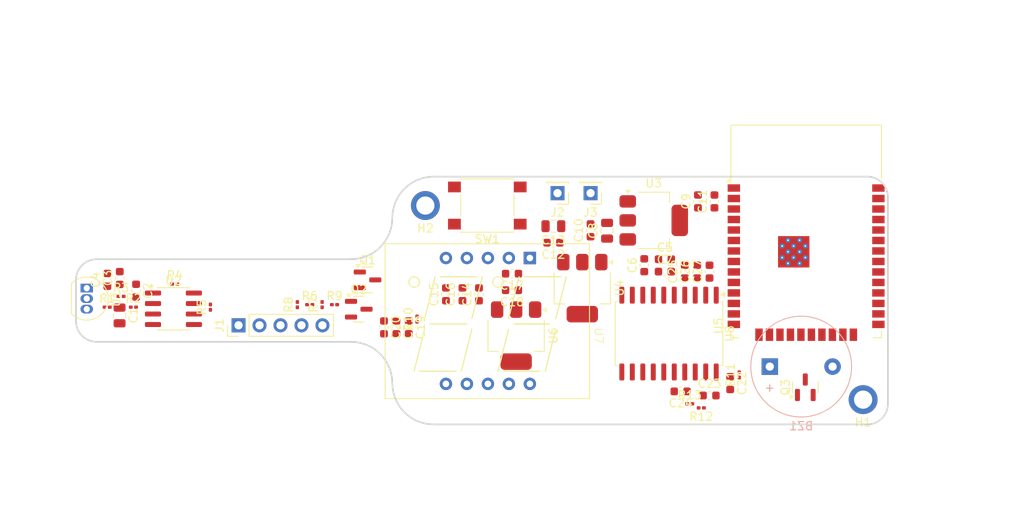
<source format=kicad_pcb>
(kicad_pcb (version 20240108) (generator "pcbnew") (generator_version "8.0")
  (layers (0 "F.Cu" signal "F.Signal") (1 "In1.Cu" power "GND") (2 "In2.Cu" power "VDD") (31 "B.Cu" signal "B.Signal") (34 "B.Paste" user) (35 "F.Paste" user) (36 "B.SilkS" user "B.Silkscreen") (37 "F.SilkS" user "F.Silkscreen") (38 "B.Mask" user) (39 "F.Mask" user) (44 "Edge.Cuts" user))
  (net 0 "")
  (net 1 "GND")
  (net 2 "Net-(BZ1-+)")
  (net 3 "Net-(C1-Pad1)")
  (net 4 "Net-(U2A--)")
  (net 5 "Net-(C2-Pad1)")
  (net 6 "+5V")
  (net 7 "Net-(J2-Pin_1)")
  (net 8 "VDD")
  (net 9 "/BZ")
  (net 10 "/EN")
  (net 11 "/IO5")
  (net 12 "/IO16")
  (net 13 "/IO4")
  (net 14 "Net-(Q1-B)")
  (net 15 "/BOOT")
  (net 16 "/U0DTR")
  (net 17 "/U0RTS")
  (net 18 "Net-(Q2-B)")
  (net 19 "/IO18")
  (net 20 "Net-(U1-V_{OUT})")
  (net 21 "Net-(U2B--)")
  (net 22 "/SENSOR_VN")
  (net 29 "/ESPTX2FTDI")
  (net 38 "/ESPRX2FTDI")
  (net 50 "Net-(U7-E)")
  (net 51 "Net-(U7-DP)")
  (net 52 "Net-(U7-C)")
  (net 53 "Net-(U7-DIG1)")
  (net 54 "Net-(U7-F)")
  (net 55 "Net-(U7-DIG2)")
  (net 56 "Net-(U7-D)")
  (net 57 "Net-(U7-B)")
  (net 58 "Net-(U7-A)")
  (net 59 "Net-(U7-G)")
  (footprint "Resistor_SMD:R_0201_0603Metric" (layer "F.Cu") (at 74.49 102.75 90)
    (property "Reference" "R10" (at 0 -1.05 270) (layer "F.SilkS"))
    (property "Value" "10k")
    (pad "1" smd roundrect (at -0.32 0 90) (size 0.46 0.4) (layers "F.Cu" "F.Mask") (net 10 "/EN"))
    (pad "2" smd roundrect (at 0.32 0 90) (size 0.46 0.4) (layers "F.Cu" "F.Mask") (net 8 "VDD"))
  )
  (footprint "Capacitor_SMD:C_0603_1608Metric" (layer "F.Cu") (at 108.405 97 90)
    (property "Reference" "C26" (at 0 -1.43 -90) (layer "F.SilkS"))
    (property "Value" "100n")
    (pad "1" smd roundrect (at -0.775 0 90) (size 0.9 0.95) (layers "F.Cu" "F.Paste" "F.Mask") (net 8 "VDD"))
    (pad "2" smd roundrect (at 0.775 0 90) (size 0.9 0.95) (layers "F.Cu" "F.Paste" "F.Mask") (net 1 "GND"))
  )
  (footprint "Capacitor_SMD:C_0603_1608Metric" (layer "F.Cu") (at 70.49 103.75 -90)
    (property "Reference" "C20" (at 0 -1.43 90) (layer "F.SilkS"))
    (property "Value" "100n")
    (pad "1" smd roundrect (at -0.775 0 270) (size 0.9 0.95) (layers "F.Cu" "F.Paste" "F.Mask") (net 10 "/EN"))
    (pad "2" smd roundrect (at 0.775 0 270) (size 0.9 0.95) (layers "F.Cu" "F.Paste" "F.Mask") (net 1 "GND"))
  )
  (footprint "Package_SO:SOIC-20W_7.5x12.8mm_P1.27mm" (layer "F.Cu") (at 105 104.5 -90)
    (property "Reference" "U8" (at 0 -7.35 90) (layer "F.SilkS"))
    (property "Value" "TM1620")
    (pad "1" smd roundrect (at -4.65 -5.715 270) (size 2.05 0.6) (layers "F.Cu" "F.Paste" "F.Mask") (net 8 "VDD"))
    (pad "2" smd roundrect (at -4.65 -4.445 270) (size 2.05 0.6) (layers "F.Cu" "F.Paste" "F.Mask") (net 58 "Net-(U7-A)"))
    (pad "3" smd roundrect (at -4.65 -3.175 270) (size 2.05 0.6) (layers "F.Cu" "F.Paste" "F.Mask") (net 57 "Net-(U7-B)"))
    (pad "4" smd roundrect (at -4.65 -1.905 270) (size 2.05 0.6) (layers "F.Cu" "F.Paste" "F.Mask") (net 52 "Net-(U7-C)"))
    (pad "5" smd roundrect (at -4.65 -0.635 270) (size 2.05 0.6) (layers "F.Cu" "F.Paste" "F.Mask") (net 56 "Net-(U7-D)"))
    (pad "6" smd roundrect (at -4.65 0.635 270) (size 2.05 0.6) (layers "F.Cu" "F.Paste" "F.Mask") (net 50 "Net-(U7-E)"))
    (pad "7" smd roundrect (at -4.65 1.905 270) (size 2.05 0.6) (layers "F.Cu" "F.Paste" "F.Mask") (net 54 "Net-(U7-F)"))
    (pad "8" smd roundrect (at -4.65 3.175 270) (size 2.05 0.6) (layers "F.Cu" "F.Paste" "F.Mask") (net 59 "Net-(U7-G)"))
    (pad "9" smd roundrect (at -4.65 4.445 270) (size 2.05 0.6) (layers "F.Cu" "F.Paste" "F.Mask") (net 51 "Net-(U7-DP)"))
    (pad "10" smd roundrect (at -4.65 5.715 270) (size 2.05 0.6) (layers "F.Cu" "F.Paste" "F.Mask"))
    (pad "11" smd roundrect (at 4.65 5.715 270) (size 2.05 0.6) (layers "F.Cu" "F.Paste" "F.Mask"))
    (pad "12" smd roundrect (at 4.65 4.445 270) (size 2.05 0.6) (layers "F.Cu" "F.Paste" "F.Mask"))
    (pad "13" smd roundrect (at 4.65 3.175 270) (size 2.05 0.6) (layers "F.Cu" "F.Paste" "F.Mask"))
    (pad "14" smd roundrect (at 4.65 1.905 270) (size 2.05 0.6) (layers "F.Cu" "F.Paste" "F.Mask"))
    (pad "15" smd roundrect (at 4.65 0.635 270) (size 2.05 0.6) (layers "F.Cu" "F.Paste" "F.Mask") (net 1 "GND"))
    (pad "16" smd roundrect (at 4.65 -0.635 270) (size 2.05 0.6) (layers "F.Cu" "F.Paste" "F.Mask") (net 55 "Net-(U7-DIG2)"))
    (pad "17" smd roundrect (at 4.65 -1.905 270) (size 2.05 0.6) (layers "F.Cu" "F.Paste" "F.Mask") (net 53 "Net-(U7-DIG1)"))
    (pad "18" smd roundrect (at 4.65 -3.175 270) (size 2.05 0.6) (layers "F.Cu" "F.Paste" "F.Mask") (net 13 "/IO4"))
    (pad "19" smd roundrect (at 4.65 -4.445 270) (size 2.05 0.6) (layers "F.Cu" "F.Paste" "F.Mask") (net 12 "/IO16"))
    (pad "20" smd roundrect (at 4.65 -5.715 270) (size 2.05 0.6) (layers "F.Cu" "F.Paste" "F.Mask") (net 11 "/IO5"))
  )
  (footprint "Capacitor_SMD:C_0603_1608Metric" (layer "F.Cu") (at 95.5 92 90)
    (property "Reference" "C10" (at 0 -1.43 270) (layer "F.SilkS"))
    (property "Value" "100n")
    (pad "1" smd roundrect (at -0.775 0 90) (size 0.9 0.95) (layers "F.Cu" "F.Paste" "F.Mask") (net 7 "Net-(J2-Pin_1)"))
    (pad "2" smd roundrect (at 0.775 0 90) (size 0.9 0.95) (layers "F.Cu" "F.Paste" "F.Mask") (net 1 "GND"))
  )
  (footprint "Resistor_SMD:R_0201_0603Metric" (layer "F.Cu") (at 49.475 101.305 90)
    (property "Reference" "R5" (at 0 -1.05 270) (layer "F.SilkS"))
    (property "Value" "10k")
    (pad "1" smd roundrect (at -0.32 0 90) (size 0.46 0.4) (layers "F.Cu" "F.Mask") (net 21 "Net-(U2B--)"))
    (pad "2" smd roundrect (at 0.32 0 90) (size 0.46 0.4) (layers "F.Cu" "F.Mask") (net 22 "/SENSOR_VN"))
  )
  (footprint "Capacitor_SMD:C_0603_1608Metric" (layer "F.Cu") (at 37 98 90)
    (property "Reference" "C4" (at 0 -1.43 270) (layer "F.SilkS"))
    (property "Value" "100n")
    (pad "1" smd roundrect (at -0.775 0 90) (size 0.9 0.95) (layers "F.Cu" "F.Paste" "F.Mask") (net 6 "+5V"))
    (pad "2" smd roundrect (at 0.775 0 90) (size 0.9 0.95) (layers "F.Cu" "F.Paste" "F.Mask") (net 1 "GND"))
  )
  (footprint "Capacitor_SMD:C_0603_1608Metric" (layer "F.Cu") (at 104.5 95.5)
    (property "Reference" "C5" (at 0 -1.43 360) (layer "F.SilkS"))
    (property "Value" "10u")
    (pad "1" smd roundrect (at -0.775 0) (size 0.9 0.95) (layers "F.Cu" "F.Paste" "F.Mask") (net 6 "+5V"))
    (pad "2" smd roundrect (at 0.775 0) (size 0.9 0.95) (layers "F.Cu" "F.Paste" "F.Mask") (net 1 "GND"))
  )
  (footprint "Capacitor_SMD:C_0603_1608Metric" (layer "F.Cu") (at 109.905 97 90)
    (property "Reference" "C27" (at 0 -1.43 270) (layer "F.SilkS"))
    (property "Value" "10u")
    (pad "1" smd roundrect (at -0.775 0 90) (size 0.9 0.95) (layers "F.Cu" "F.Paste" "F.Mask") (net 8 "VDD"))
    (pad "2" smd roundrect (at 0.775 0 90) (size 0.9 0.95) (layers "F.Cu" "F.Paste" "F.Mask") (net 1 "GND"))
  )
  (footprint "Resistor_SMD:R_0201_0603Metric" (layer "F.Cu") (at 60 101 90)
    (property "Reference" "R8" (at 0 -1.05 270) (layer "F.SilkS"))
    (property "Value" "10k")
    (pad "1" smd roundrect (at -0.32 0 90) (size 0.46 0.4) (layers "F.Cu" "F.Mask") (net 17 "/U0RTS"))
    (pad "2" smd roundrect (at 0.32 0 90) (size 0.46 0.4) (layers "F.Cu" "F.Mask") (net 8 "VDD"))
  )
  (footprint "Resistor_SMD:R_0201_0603Metric" (layer "F.Cu") (at 36.975 101.305)
    (property "Reference" "R1" (at 0 -1.05 0) (layer "F.SilkS"))
    (property "Value" "820")
    (pad "1" smd roundrect (at -0.32 0) (size 0.46 0.4) (layers "F.Cu" "F.Mask") (net 20 "Net-(U1-V_{OUT})"))
    (pad "2" smd roundrect (at 0.32 0) (size 0.46 0.4) (layers "F.Cu" "F.Mask") (net 3 "Net-(C1-Pad1)"))
  )
  (footprint "Capacitor_SMD:C_0603_1608Metric" (layer "F.Cu") (at 73.49 103.75 -90)
    (property "Reference" "C19" (at 0 -1.43 90) (layer "F.SilkS"))
    (property "Value" "1u")
    (pad "1" smd roundrect (at -0.775 0 270) (size 0.9 0.95) (layers "F.Cu" "F.Paste" "F.Mask") (net 10 "/EN"))
    (pad "2" smd roundrect (at 0.775 0 270) (size 0.9 0.95) (layers "F.Cu" "F.Paste" "F.Mask") (net 1 "GND"))
  )
  (footprint "Capacitor_SMD:C_0603_1608Metric" (layer "F.Cu") (at 38.5 97.775 90)
    (property "Reference" "C3" (at 0 -1.43 270) (layer "F.SilkS"))
    (property "Value" "100n")
    (pad "1" smd roundrect (at -0.775 0 90) (size 0.9 0.95) (layers "F.Cu" "F.Paste" "F.Mask") (net 6 "+5V"))
    (pad "2" smd roundrect (at 0.775 0 90) (size 0.9 0.95) (layers "F.Cu" "F.Paste" "F.Mask") (net 1 "GND"))
  )
  (footprint "Resistor_SMD:R_0201_0603Metric" (layer "F.Cu") (at 113.5 109.5 90)
    (property "Reference" "R11" (at 0 -1.05 270) (layer "F.SilkS"))
    (property "Value" "5k6")
    (pad "1" smd roundrect (at -0.32 0 90) (size 0.46 0.4) (layers "F.Cu" "F.Mask") (net 11 "/IO5"))
    (pad "2" smd roundrect (at 0.32 0 90) (size 0.46 0.4) (layers "F.Cu" "F.Mask") (net 8 "VDD"))
  )
  (footprint "Capacitor_SMD:C_0603_1608Metric" (layer "F.Cu") (at 102 96.225 90)
    (property "Reference" "C6" (at 0 -1.43 270) (layer "F.SilkS"))
    (property "Value" "100n")
    (pad "1" smd roundrect (at -0.775 0 90) (size 0.9 0.95) (layers "F.Cu" "F.Paste" "F.Mask") (net 6 "+5V"))
    (pad "2" smd roundrect (at 0.775 0 90) (size 0.9 0.95) (layers "F.Cu" "F.Paste" "F.Mask") (net 1 "GND"))
  )
  (footprint "Capacitor_SMD:C_0805_2012Metric" (layer "F.Cu") (at 91 91.5 180)
    (property "Reference" "C13" (at 0 -1.68 180) (layer "F.SilkS"))
    (property "Value" "47u")
    (pad "1" smd roundrect (at -0.95 0 180) (size 1 1.45) (layers "F.Cu" "F.Paste" "F.Mask") (net 7 "Net-(J2-Pin_1)"))
    (pad "2" smd roundrect (at 0.95 0 180) (size 1 1.45) (layers "F.Cu" "F.Paste" "F.Mask") (net 1 "GND"))
  )
  (footprint "Resistor_SMD:R_0201_0603Metric" (layer "F.Cu") (at 61.5 101)
    (property "Reference" "R6" (at 0 -1.05 360) (layer "F.SilkS"))
    (property "Value" "10k")
    (pad "1" smd roundrect (at -0.32 0) (size 0.46 0.4) (layers "F.Cu" "F.Mask") (net 17 "/U0RTS"))
    (pad "2" smd roundrect (at 0.32 0) (size 0.46 0.4) (layers "F.Cu" "F.Mask") (net 14 "Net-(Q1-B)"))
  )
  (footprint "Connector_PinHeader_2.54mm:PinHeader_1x01_P2.54mm_Vertical" (layer "F.Cu") (at 91.5 87.5 180)
    (property "Reference" "J2" (at 0 -2.33 180) (layer "F.SilkS"))
    (property "Value" "Vbat")
    (pad "1" thru_hole rect (at 0 0 180) (size 1.7 1.7) (drill 1) (layers "*.Cu" "*.Mask") (net 7 "Net-(J2-Pin_1)"))
  )
  (footprint "Resistor_SMD:R_0201_0603Metric" (layer "F.Cu") (at 64.5 101)
    (property "Reference" "R9" (at 0 -1.05 0) (layer "F.SilkS"))
    (property "Value" "10k")
    (pad "1" smd roundrect (at -0.32 0) (size 0.46 0.4) (layers "F.Cu" "F.Mask") (net 16 "/U0DTR"))
    (pad "2" smd roundrect (at 0.32 0) (size 0.46 0.4) (layers "F.Cu" "F.Mask") (net 18 "Net-(Q2-B)"))
  )
  (footprint "Resistor_SMD:R_0201_0603Metric" (layer "F.Cu") (at 63 101 90)
    (property "Reference" "R7" (at 0 -1.05 270) (layer "F.SilkS"))
    (property "Value" "10k")
    (pad "1" smd roundrect (at -0.32 0 90) (size 0.46 0.4) (layers "F.Cu" "F.Mask") (net 16 "/U0DTR"))
    (pad "2" smd roundrect (at 0.32 0 90) (size 0.46 0.4) (layers "F.Cu" "F.Mask") (net 8 "VDD"))
  )
  (footprint "Package_TO_SOT_SMD:SOT-23" (layer "F.Cu") (at 121.5 111 90)
    (property "Reference" "Q3" (at 0 -2.4 270) (layer "F.SilkS"))
    (property "Value" "BSS84")
    (pad "1" smd roundrect (at -0.9375 -0.95 90) (size 1.475 0.6) (layers "F.Cu" "F.Paste" "F.Mask") (net 19 "/IO18"))
    (pad "2" smd roundrect (at -0.9375 0.95 90) (size 1.475 0.6) (layers "F.Cu" "F.Paste" "F.Mask") (net 9 "/BZ"))
    (pad "3" smd roundrect (at 0.9375 0 90) (size 1.475 0.6) (layers "F.Cu" "F.Paste" "F.Mask") (net 2 "Net-(BZ1-+)"))
  )
  (footprint "Package_TO_SOT_SMD:SOT-223" (layer "F.Cu") (at 103.15 90.8)
    (property "Reference" "U3" (at 0 -4.5 360) (layer "F.SilkS"))
    (property "Value" "AMS1117-5.0")
    (pad "1" smd roundrect (at -3.15 -2.3) (size 2 1.5) (layers "F.Cu" "F.Paste" "F.Mask") (net 1 "GND"))
    (pad "2" smd roundrect (at -3.15 0) (size 2 1.5) (layers "F.Cu" "F.Paste" "F.Mask") (net 6 "+5V"))
    (pad "3" smd roundrect (at -3.15 2.3) (size 2 1.5) (layers "F.Cu" "F.Paste" "F.Mask") (net 7 "Net-(J2-Pin_1)"))
    (pad "4" smd roundrect (at 3.15 0) (size 2 3.8) (layers "F.Cu" "F.Paste" "F.Mask"))
  )
  (footprint "obligatorio:DISPLAYLEDS" (layer "F.Cu") (at 83.99 102.75 -90)
    (property "Reference" "U7" (at 2 -12.5 -90) (layer "F.SilkS") (effects (font (thickness 0.1))))
    (property "Value" "SN440502N")
    (pad "1" thru_hole rect (at -7.396537 -4.161014 270) (size 1.5 1.5) (drill 0.8) (layers "*.Cu" "*.Mask") (net 56 "Net-(U7-D)"))
    (pad "2" thru_hole circle (at -7.396537 -1.621014 270) (size 1.5 1.5) (drill 0.8) (layers "*.Cu" "*.Mask") (net 51 "Net-(U7-DP)"))
    (pad "3" thru_hole circle (at -7.396537 0.918986 270) (size 1.5 1.5) (drill 0.8) (layers "*.Cu" "*.Mask") (net 50 "Net-(U7-E)"))
    (pad "4" thru_hole circle (at -7.396537 3.458986 270) (size 1.5 1.5) (drill 0.8) (layers "*.Cu" "*.Mask") (net 52 "Net-(U7-C)"))
    (pad "5" thru_hole circle (at -7.396537 5.998986 270) (size 1.5 1.5) (drill 0.8) (layers "*.Cu" "*.Mask") (net 55 "Net-(U7-DIG2)"))
    (pad "6" thru_hole circle (at 7.843 5.998986 270) (size 1.5 1.5) (drill 0.8) (layers "*.Cu" "*.Mask") (net 57 "Net-(U7-B)"))
    (pad "7" thru_hole circle (at 7.843 3.458986 270) (size 1.5 1.5) (drill 0.8) (layers "*.Cu" "*.Mask") (net 58 "Net-(U7-A)"))
    (pad "8" thru_hole circle (at 7.843 0.918986 270) (size 1.5 1.5) (drill 0.8) (layers "*.Cu" "*.Mask") (net 54 "Net-(U7-F)"))
    (pad "9" thru_hole circle (at 7.843 -1.621014 270) (size 1.5 1.5) (drill 0.8) (layers "*.Cu" "*.Mask") (net 59 "Net-(U7-G)"))
    (pad "10" thru_hole circle (at 7.843 -4.161014 270) (size 1.5 1.5) (drill 0.8) (layers "*.Cu" "*.Mask") (net 53 "Net-(U7-DIG1)"))
  )
  (footprint "Package_SO:SOIC-8_3.9x4.9mm_P1.27mm" (layer "F.Cu") (at 45 101.5)
    (property "Reference" "U2" (at 0 -3.4 0) (layer "F.SilkS"))
    (property "Value" "TL072")
    (pad "1" smd roundrect (at -2.475 -1.905) (size 1.95 0.6) (layers "F.Cu" "F.Paste" "F.Mask") (net 5 "Net-(C2-Pad1)"))
    (pad "2" smd roundrect (at -2.475 -0.635) (size 1.95 0.6) (layers "F.Cu" "F.Paste" "F.Mask") (net 4 "Net-(U2A--)"))
    (pad "3" smd roundrect (at -2.475 0.635) (size 1.95 0.6) (layers "F.Cu" "F.Paste" "F.Mask") (net 1 "GND"))
    (pad "4" smd roundrect (at -2.475 1.905) (size 1.95 0.6) (layers "F.Cu" "F.Paste" "F.Mask") (net 1 "GND"))
    (pad "5" smd roundrect (at 2.475 1.905) (size 1.95 0.6) (layers "F.Cu" "F.Paste" "F.Mask") (net 1 "GND"))
    (pad "6" smd roundrect (at 2.475 0.635) (size 1.95 0.6) (layers "F.Cu" "F.Paste" "F.Mask") (net 21 "Net-(U2B--)"))
    (pad "7" smd roundrect (at 2.475 -0.635) (size 1.95 0.6) (layers "F.Cu" "F.Paste" "F.Mask") (net 22 "/SENSOR_VN"))
    (pad "8" smd roundrect (at 2.475 -1.905) (size 1.95 0.6) (layers "F.Cu" "F.Paste" "F.Mask") (net 6 "+5V"))
  )
  (footprint "Resistor_SMD:R_0201_0603Metric" (layer "F.Cu") (at 108.905 113.5 180)
    (property "Reference" "R12" (at 0 -1.05 180) (layer "F.SilkS"))
    (property "Value" "5k6")
    (pad "1" smd roundrect (at -0.32 0 180) (size 0.46 0.4) (layers "F.Cu" "F.Mask") (net 12 "/IO16"))
    (pad "2" smd roundrect (at 0.32 0 180) (size 0.46 0.4) (layers "F.Cu" "F.Mask") (net 8 "VDD"))
  )
  (footprint "Capacitor_SMD:C_0603_1608Metric" (layer "F.Cu") (at 106.405 111.5 180)
    (property "Reference" "C24" (at 0 -1.43 180) (layer "F.SilkS"))
    (property "Value" "100p")
    (pad "1" smd roundrect (at -0.775 0 180) (size 0.9 0.95) (layers "F.Cu" "F.Paste" "F.Mask") (net 13 "/IO4"))
    (pad "2" smd roundrect (at 0.775 0 180) (size 0.9 0.95) (layers "F.Cu" "F.Paste" "F.Mask") (net 1 "GND"))
  )
  (footprint "Connector_PinHeader_2.54mm:PinHeader_1x05_P2.54mm_Vertical" (layer "F.Cu") (at 52.88 103.5 90)
    (property "Reference" "J1" (at 0 -2.33 270) (layer "F.SilkS"))
    (property "Value" "PROG")
    (pad "1" thru_hole rect (at 0 0 90) (size 1.7 1.7) (drill 1) (layers "*.Cu" "*.Mask") (net 38 "/ESPRX2FTDI"))
    (pad "2" thru_hole oval (at 0 2.54 90) (size 1.7 1.7) (drill 1) (layers "*.Cu" "*.Mask") (net 29 "/ESPTX2FTDI"))
    (pad "3" thru_hole oval (at 0 5.08 90) (size 1.7 1.7) (drill 1) (layers "*.Cu" "*.Mask") (net 1 "GND"))
    (pad "4" thru_hole oval (at 0 7.62 90) (size 1.7 1.7) (drill 1) (layers "*.Cu" "*.Mask") (net 17 "/U0RTS"))
    (pad "5" thru_hole oval (at 0 10.16 90) (size 1.7 1.7) (drill 1) (layers "*.Cu" "*.Mask") (net 16 "/U0DTR"))
  )
  (footprint "Capacitor_SMD:C_0603_1608Metric" (layer "F.Cu") (at 104.5 97)
    (property "Reference" "C7" (at 0 -1.43 360) (layer "F.SilkS"))
    (property "Value" "10u")
    (pad "1" smd roundrect (at -0.775 0) (size 0.9 0.95) (layers "F.Cu" "F.Paste" "F.Mask") (net 6 "+5V"))
    (pad "2" smd roundrect (at 0.775 0) (size 0.9 0.95) (layers "F.Cu" "F.Paste" "F.Mask") (net 1 "GND"))
  )
  (footprint "Capacitor_SMD:C_0603_1608Metric" (layer "F.Cu") (at 77.99 99.75 90)
    (property "Reference" "C15" (at 0 -1.43 270) (layer "F.SilkS"))
    (property "Value" "10u")
    (pad "1" smd roundrect (at -0.775 0 90) (size 0.9 0.95) (layers "F.Cu" "F.Paste" "F.Mask") (net 9 "/BZ"))
    (pad "2" smd roundrect (at 0.775 0 90) (size 0.9 0.95) (layers "F.Cu" "F.Paste" "F.Mask") (net 1 "GND"))
  )
  (footprint "Package_TO_SOT_SMD:SOT-23" (layer "F.Cu") (at 67.4375 101.55)
    (property "Reference" "Q2" (at 0 -2.4 0) (layer "F.SilkS"))
    (property "Value" "S8050")
    (pad "1" smd roundrect (at -0.9375 -0.95) (size 1.475 0.6) (layers "F.Cu" "F.Paste" "F.Mask") (net 17 "/U0RTS"))
    (pad "2" smd roundrect (at -0.9375 0.95) (size 1.475 0.6) (layers "F.Cu" "F.Paste" "F.Mask") (net 18 "Net-(Q2-B)"))
    (pad "3" smd roundrect (at 0.9375 0) (size 1.475 0.6) (layers "F.Cu" "F.Paste" "F.Mask") (net 10 "/EN"))
  )
  (footprint "MountingHole:MountingHole_2.2mm_M2_ISO7380_Pad" (layer "F.Cu") (at 75.5 89 180)
    (property "Reference" "H2" (at 0 -2.75 180) (layer "F.SilkS"))
    (property "Value" "Vbat")
    (pad "1" thru_hole circle (at 0 0 180) (size 3.5 3.5) (drill 2.2) (layers "*.Cu" "*.Mask") (net 7 "Net-(J2-Pin_1)"))
  )
  (footprint "Capacitor_SMD:C_0603_1608Metric" (layer "F.Cu") (at 85.99 97.25 180)
    (property "Reference" "C17" (at 0 -1.43 180) (layer "F.SilkS"))
    (property "Value" "100n")
    (pad "1" smd roundrect (at -0.775 0 180) (size 0.9 0.95) (layers "F.Cu" "F.Paste" "F.Mask") (net 8 "VDD"))
    (pad "2" smd roundrect (at 0.775 0 180) (size 0.9 0.95) (layers "F.Cu" "F.Paste" "F.Mask") (net 1 "GND"))
  )
  (footprint "Capacitor_SMD:C_0603_1608Metric" (layer "F.Cu") (at 91 93.5 180)
    (property "Reference" "C12" (at 0 -1.43 180) (layer "F.SilkS"))
    (property "Value" "100n")
    (pad "1" smd roundrect (at -0.775 0 180) (size 0.9 0.95) (layers "F.Cu" "F.Paste" "F.Mask") (net 7 "Net-(J2-Pin_1)"))
    (pad "2" smd roundrect (at 0.775 0 180) (size 0.9 0.95) (layers "F.Cu" "F.Paste" "F.Mask") (net 1 "GND"))
  )
  (footprint "Capacitor_SMD:C_0603_1608Metric" (layer "F.Cu") (at 71.99 103.75 -90)
    (property "Reference" "C21" (at 0 -1.43 90) (layer "F.SilkS"))
    (property "Value" "10u")
    (pad "1" smd roundrect (at -0.775 0 270) (size 0.9 0.95) (layers "F.Cu" "F.Paste" "F.Mask") (net 10 "/EN"))
    (pad "2" smd roundrect (at 0.775 0 270) (size 0.9 0.95) (layers "F.Cu" "F.Paste" "F.Mask") (net 1 "GND"))
  )
  (footprint "Connector_PinHeader_2.54mm:PinHeader_1x01_P2.54mm_Vertical" (layer "F.Cu") (at 95.5 87.5 180)
    (property "Reference" "J3" (at 0 -2.33 180) (layer "F.SilkS"))
    (property "Value" "Gnd")
    (pad "1" thru_hole rect (at 0 0 180) (size 1.7 1.7) (drill 1) (layers "*.Cu" "*.Mask") (net 1 "GND"))
  )
  (footprint "Capacitor_SMD:C_0603_1608Metric" (layer "F.Cu") (at 106.905 97 90)
    (property "Reference" "C25" (at 0 -1.43 270) (layer "F.SilkS"))
    (property "Value" "10u")
    (pad "1" smd roundrect (at -0.775 0 90) (size 0.9 0.95) (layers "F.Cu" "F.Paste" "F.Mask") (net 8 "VDD"))
    (pad "2" smd roundrect (at 0.775 0 90) (size 0.9 0.95) (layers "F.Cu" "F.Paste" "F.Mask") (net 1 "GND"))
  )
  (footprint "Button_Switch_SMD:SW_SPST_PTS645" (layer "F.Cu") (at 83 89 180)
    (property "Reference" "SW1" (at 0 -4.05 180) (layer "F.SilkS"))
    (property "Value" "Reset")
    (pad "1" smd rect (at -3.98 -2.25 180) (size 1.55 1.3) (layers "F.Cu" "F.Paste" "F.Mask") (net 10 "/EN"))
    (pad "1" smd rect (at 3.98 -2.25 180) (size 1.55 1.3) (layers "F.Cu" "F.Paste" "F.Mask") (net 10 "/EN"))
    (pad "2" smd rect (at -3.98 2.25 180) (size 1.55 1.3) (layers "F.Cu" "F.Paste" "F.Mask") (net 1 "GND"))
    (pad "2" smd rect (at 3.98 2.25 180) (size 1.55 1.3) (layers "F.Cu" "F.Paste" "F.Mask") (net 1 "GND"))
  )
  (footprint "Package_TO_SOT_THT:TO-92_Inline" (layer "F.Cu") (at 34.5 99 -90)
    (property "Reference" "U1" (at 1.27 -3.56 90) (layer "F.SilkS"))
    (property "Value" "LM35-LP")
    (pad "1" thru_hole rect (at 0 0 270) (size 1.05 1.5) (drill 0.75) (layers "*.Cu" "*.Mask") (net 6 "+5V"))
    (pad "2" thru_hole oval (at 1.27 0 270) (size 1.05 1.5) (drill 0.75) (layers "*.Cu" "*.Mask") (net 20 "Net-(U1-V_{OUT})"))
    (pad "3" thru_hole oval (at 2.54 0 270) (size 1.05 1.5) (drill 0.75) (layers "*.Cu" "*.Mask") (net 1 "GND"))
  )
  (footprint "MountingHole:MountingHole_2.2mm_M2_ISO7380_Pad" (layer "F.Cu") (at 128.5 112.5 180)
    (property "Reference" "H1" (at 0 -2.75 180) (layer "F.SilkS"))
    (property "Value" "GND")
    (pad "1" thru_hole circle (at 0 0 180) (size 3.5 3.5) (drill 2.2) (layers "*.Cu" "*.Mask") (net 1 "GND"))
  )
  (footprint "Package_TO_SOT_SMD:SOT-223" (layer "F.Cu") (at 94.5 99 -90)
    (property "Reference" "U4" (at 0 -4.5 90) (layer "F.SilkS"))
    (property "Value" "AMS1117-5.0")
    (pad "1" smd roundrect (at -3.15 -2.3 270) (size 2 1.5) (layers "F.Cu" "F.Paste" "F.Mask") (net 1 "GND"))
    (pad "2" smd roundrect (at -3.15 0 270) (size 2 1.5) (layers "F.Cu" "F.Paste" "F.Mask") (net 9 "/BZ"))
    (pad "3" smd roundrect (at -3.15 2.3 270) (size 2 1.5) (layers "F.Cu" "F.Paste" "F.Mask") (net 7 "Net-(J2-Pin_1)"))
    (pad "4" smd roundrect (at 3.15 0 270) (size 2 3.8) (layers "F.Cu" "F.Paste" "F.Mask"))
  )
  (footprint "Package_TO_SOT_SMD:SOT-23" (layer "F.Cu") (at 68.5 98)
    (property "Reference" "Q1" (at 0 -2.4 0) (layer "F.SilkS"))
    (property "Value" "S8050")
    (pad "1" smd roundrect (at -0.9375 -0.95) (size 1.475 0.6) (layers "F.Cu" "F.Paste" "F.Mask") (net 16 "/U0DTR"))
    (pad "2" smd roundrect (at -0.9375 0.95) (size 1.475 0.6) (layers "F.Cu" "F.Paste" "F.Mask") (net 14 "Net-(Q1-B)"))
    (pad "3" smd roundrect (at 0.9375 0) (size 1.475 0.6) (layers "F.Cu" "F.Paste" "F.Mask") (net 15 "/BOOT"))
  )
  (footprint "Capacitor_SMD:C_0603_1608Metric" (layer "F.Cu") (at 81.99 99.75 90)
    (property "Reference" "C14" (at 0 -1.43 270) (layer "F.SilkS"))
    (property "Value" "100n")
    (pad "1" smd roundrect (at -0.775 0 90) (size 0.9 0.95) (layers "F.Cu" "F.Paste" "F.Mask") (net 9 "/BZ"))
    (pad "2" smd roundrect (at 0.775 0 90) (size 0.9 0.95) (layers "F.Cu" "F.Paste" "F.Mask") (net 1 "GND"))
  )
  (footprint "Resistor_SMD:R_0201_0603Metric" (layer "F.Cu") (at 45.155 98.5)
    (property "Reference" "R4" (at 0 -1.05 0) (layer "F.SilkS"))
    (property "Value" "10k")
    (pad "1" smd roundrect (at -0.32 0) (size 0.46 0.4) (layers "F.Cu" "F.Mask") (net 5 "Net-(C2-Pad1)"))
    (pad "2" smd roundrect (at 0.32 0) (size 0.46 0.4) (layers "F.Cu" "F.Mask") (net 21 "Net-(U2B--)"))
  )
  (footprint "Package_TO_SOT_SMD:SOT-223" (layer "F.Cu") (at 86.49 104.75 -90)
    (property "Reference" "U6" (at 0 -4.5 90) (layer "F.SilkS"))
    (property "Value" "AMS1117-3.3")
    (pad "1" smd roundrect (at -3.15 -2.3 270) (size 2 1.5) (layers "F.Cu" "F.Paste" "F.Mask") (net 1 "GND"))
    (pad "2" smd roundrect (at -3.15 0 270) (size 2 1.5) (layers "F.Cu" "F.Paste" "F.Mask") (net 8 "VDD"))
    (pad "3" smd roundrect (at -3.15 2.3 270) (size 2 1.5) (layers "F.Cu" "F.Paste" "F.Mask") (net 9 "/BZ"))
    (pad "4" smd roundrect (at 3.15 0 270) (size 2 3.8) (layers "F.Cu" "F.Paste" "F.Mask"))
  )
  (footprint "Capacitor_SMD:C_0603_1608Metric" (layer "F.Cu") (at 109.905 112)
    (property "Reference" "C23" (at 0 -1.43 360) (layer "F.SilkS"))
    (property "Value" "100p")
    (pad "1" smd roundrect (at -0.775 0) (size 0.9 0.95) (layers "F.Cu" "F.Paste" "F.Mask") (net 12 "/IO16"))
    (pad "2" smd roundrect (at 0.775 0) (size 0.9 0.95) (layers "F.Cu" "F.Paste" "F.Mask") (net 1 "GND"))
  )
  (footprint "Capacitor_SMD:C_0603_1608Metric" (layer "F.Cu") (at 108.5 88.5 90)
    (property "Reference" "C9" (at 0 -1.43 270) (layer "F.SilkS"))
    (property "Value" "100n")
    (pad "1" smd roundrect (at -0.775 0 90) (size 0.9 0.95) (layers "F.Cu" "F.Paste" "F.Mask") (net 8 "VDD"))
    (pad "2" smd roundrect (at 0.775 0 90) (size 0.9 0.95) (layers "F.Cu" "F.Paste" "F.Mask") (net 1 "GND"))
  )
  (footprint "Capacitor_SMD:C_0805_2012Metric" (layer "F.Cu") (at 97.5 92.05 90)
    (property "Reference" "C8" (at 0 -1.68 270) (layer "F.SilkS"))
    (property "Value" "47u")
    (pad "1" smd roundrect (at -0.95 0 90) (size 1 1.45) (layers "F.Cu" "F.Paste" "F.Mask") (net 7 "Net-(J2-Pin_1)"))
    (pad "2" smd roundrect (at 0.95 0 90) (size 1 1.45) (layers "F.Cu" "F.Paste" "F.Mask") (net 1 "GND"))
  )
  (footprint "Capacitor_SMD:C_0603_1608Metric" (layer "F.Cu") (at 79.99 99.75 90)
    (property "Reference" "C16" (at 0 -1.43 270) (layer "F.SilkS"))
    (property "Value" "10u")
    (pad "1" smd roundrect (at -0.775 0 90) (size 0.9 0.95) (layers "F.Cu" "F.Paste" "F.Mask") (net 9 "/BZ"))
    (pad "2" smd roundrect (at 0.775 0 90) (size 0.9 0.95) (layers "F.Cu" "F.Paste" "F.Mask") (net 1 "GND"))
  )
  (footprint "RF_Module:ESP32-WROOM-32D" (layer "F.Cu") (at 121.6 95.13)
    (property "Reference" "U5" (at -10.61 8.43 90) (layer "F.SilkS"))
    (property "Value" "ESP32-WROOM-32E")
    (pad "1" smd rect (at -8.75 -8.25) (size 1.5 0.9) (layers "F.Cu" "F.Paste" "F.Mask") (net 1 "GND"))
    (pad "2" smd rect (at -8.75 -6.98) (size 1.5 0.9) (layers "F.Cu" "F.Paste" "F.Mask") (net 8 "VDD"))
    (pad "3" smd rect (at -8.75 -5.71) (size 1.5 0.9) (layers "F.Cu" "F.Paste" "F.Mask") (net 10 "/EN"))
    (pad "4" smd rect (at -8.75 -4.44) (size 1.5 0.9) (layers "F.Cu" "F.Paste" "F.Mask"))
    (pad "5" smd rect (at -8.75 -3.17) (size 1.5 0.9) (layers "F.Cu" "F.Paste" "F.Mask") (net 22 "/SENSOR_VN"))
    (pad "6" smd rect (at -8.75 -1.9) (size 1.5 0.9) (layers "F.Cu" "F.Paste" "F.Mask"))
    (pad "7" smd rect (at -8.75 -0.63) (size 1.5 0.9) (layers "F.Cu" "F.Paste" "F.Mask"))
    (pad "8" smd rect (at -8.75 0.64) (size 1.5 0.9) (layers "F.Cu" "F.Paste" "F.Mask"))
    (pad "9" smd rect (at -8.75 1.91) (size 1.5 0.9) (layers "F.Cu" "F.Paste" "F.Mask"))
    (pad "10" smd rect (at -8.75 3.18) (size 1.5 0.9) (layers "F.Cu" "F.Paste" "F.Mask"))
    (pad "11" smd rect (at -8.75 4.45) (size 1.5 0.9) (layers "F.Cu" "F.Paste" "F.Mask"))
    (pad "12" smd rect (at -8.75 5.72) (size 1.5 0.9) (layers "F.Cu" "F.Paste" "F.Mask"))
    (pad "13" smd rect (at -8.75 6.99) (size 1.5 0.9) (layers "F.Cu" "F.Paste" "F.Mask"))
    (pad "14" smd rect (at -8.75 8.26) (size 1.5 0.9) (layers "F.Cu" "F.Paste" "F.Mask"))
    (pad "15" smd rect (at -5.71 9.51 90) (size 1.5 0.9) (layers "F.Cu" "F.Paste" "F.Mask") (net 1 "GND"))
    (pad "16" smd rect (at -4.44 9.51 90) (size 1.5 0.9) (layers "F.Cu" "F.Paste" "F.Mask"))
    (pad "17" smd rect (at -3.17 9.51 90) (size 1.5 0.9) (layers "F.Cu" "F.Paste" "F.Mask"))
    (pad "18" smd rect (at -1.9 9.51 90) (size 1.5 0.9) (layers "F.Cu" "F.Paste" "F.Mask"))
    (pad "19" smd rect (at -0.63 9.51 90) (size 1.5 0.9) (layers "F.Cu" "F.Paste" "F.Mask"))
    (pad "20" smd rect (at 0.64 9.51 90) (size 1.5 0.9) (layers "F.Cu" "F.Paste" "F.Mask"))
    (pad "21" smd rect (at 1.91 9.51 90) (size 1.5 0.9) (layers "F.Cu" "F.Paste" "F.Mask"))
    (pad "22" smd rect (at 3.18 9.51 90) (size 1.5 0.9) (layers "F.Cu" "F.Paste" "F.Mask"))
    (pad "23" smd rect (at 4.45 9.51 90) (size 1.5 0.9) (layers "F.Cu" "F.Paste" "F.Mask"))
    (pad "24" smd rect (at 5.72 9.51 90) (size 1.5 0.9) (layers "F.Cu" "F.Paste" "F.Mask"))
    (pad "25" smd rect (at 8.75 8.26) (size 1.5 0.9) (layers "F.Cu" "F.Paste" "F.Mask") (net 15 "/BOOT"))
    (pad "26" smd rect (at 8.75 6.99) (size 1.5 0.9) (layers "F.Cu" "F.Paste" "F.Mask") (net 13 "/IO4"))
    (pad "27" smd rect (at 8.75 5.72) (size 1.5 0.9) (layers "F.Cu" "F.Paste" "F.Mask") (net 12 "/IO16"))
    (pad "28" smd rect (at 8.75 4.45) (size 1.5 0.9) (layers "F.Cu" "F.Paste" "F.Mask"))
    (pad "29" smd rect (at 8.75 3.18) (size 1.5 0.9) (layers "F.Cu" "F.Paste" "F.Mask") (net 11 "/IO5"))
    (pad "30" smd rect (at 8.75 1.91) (size 1.5 0.9) (layers "F.Cu" "F.Paste" "F.Mask") (net 19 "/IO18"))
    (pad "31" smd rect (at 8.75 0.64) (size 1.5 0.9) (layers "F.Cu" "F.Paste" "F.Mask"))
    (pad "32" smd rect (at 8.75 -0.63) (size 1.5 0.9) (layers "F.Cu" "F.Paste" "F.Mask"))
    (pad "33" smd rect (at 8.75 -1.9) (size 1.5 0.9) (layers "F.Cu" "F.Paste" "F.Mask"))
    (pad "34" smd rect (at 8.75 -3.17) (size 1.5 0.9) (layers "F.Cu" "F.Paste" "F.Mask") (net 38 "/ESPRX2FTDI"))
    (pad "35" smd rect (at 8.75 -4.44) (size 1.5 0.9) (layers "F.Cu" "F.Paste" "F.Mask") (net 29 "/ESPTX2FTDI"))
    (pad "36" smd rect (at 8.75 -5.71) (size 1.5 0.9) (layers "F.Cu" "F.Paste" "F.Mask"))
    (pad "37" smd rect (at 8.75 -6.98) (size 1.5 0.9) (layers "F.Cu" "F.Paste" "F.Mask"))
    (pad "38" smd rect (at 8.75 -8.25) (size 1.5 0.9) (layers "F.Cu" "F.Paste" "F.Mask") (net 1 "GND"))
    (pad "39" smd rect (at -2.9 -1.93) (size 0.9 0.9) (layers "F.Cu" "F.Paste") (net 1 "GND"))
    (pad "39" thru_hole circle (at -2.9 -1.23) (size 0.6 0.6) (drill 0.2) (property pad_prop_heatsink) (layers "*.Cu" "F.Mask") (net 1 "GND"))
    (pad "39" smd rect (at -2.9 -0.53) (size 0.9 0.9) (layers "F.Cu" "F.Paste") (net 1 "GND"))
    (pad "39" thru_hole circle (at -2.9 0.17) (size 0.6 0.6) (drill 0.2) (property pad_prop_heatsink) (layers "*.Cu" "F.Mask") (net 1 "GND"))
    (pad "39" smd rect (at -2.9 0.87) (size 0.9 0.9) (layers "F.Cu" "F.Paste") (net 1 "GND"))
    (pad "39" thru_hole circle (at -2.2 -1.93) (size 0.6 0.6) (drill 0.2) (property pad_prop_heatsink) (layers "*.Cu" "F.Mask") (net 1 "GND"))
    (pad "39" thru_hole circle (at -2.2 -0.53) (size 0.6 0.6) (drill 0.2) (property pad_prop_heatsink) (layers "*.Cu" "F.Mask") (net 1 "GND"))
    (pad "39" thru_hole circle (at -2.2 0.87) (size 0.6 0.6) (drill 0.2) (property pad_prop_heatsink) (layers "*.Cu" "F.Mask") (net 1 "GND"))
    (pad "39" thru_hole circle (at -1.525 -1.23) (size 0.6 0.6) (drill 0.2) (property pad_prop_heatsink) (layers "*.Cu" "F.Mask") (net 1 "GND"))
    (pad "39" thru_hole circle (at -1.525 0.17) (size 0.6 0.6) (drill 0.2) (property pad_prop_heatsink) (layers "*.Cu" "F.Mask") (net 1 "GND"))
    (pad "39" smd rect (at -1.5 -1.93) (size 0.9 0.9) (layers "F.Cu" "F.Paste") (net 1 "GND"))
    (pad "39" smd rect (at -1.5 -0.53) (size 0.9 0.9) (layers "F.Cu" "F.Paste") (net 1 "GND"))
    (pad "39" smd rect (at -1.5 -0.53) (size 3.8 3.8) (layers "F.Cu" "F.Mask") (net 1 "GND"))
    (pad "39" smd rect (at -1.5 0.87) (size 0.9 0.9) (layers "F.Cu" "F.Paste") (net 1 "GND"))
    (pad "39" thru_hole circle (at -0.8 -1.93) (size 0.6 0.6) (drill 0.2) (property pad_prop_heatsink) (layers "*.Cu" "F.Mask") (net 1 "GND"))
    (pad "39" thru_hole circle (at -0.8 -0.53) (size 0.6 0.6) (drill 0.2) (property pad_prop_heatsink) (layers "*.Cu" "F.Mask") (net 1 "GND"))
    (pad "39" thru_hole circle (at -0.8 0.87) (size 0.6 0.6) (drill 0.2) (property pad_prop_heatsink) (layers "*.Cu" "F.Mask") (net 1 "GND"))
    (pad "39" smd rect (at -0.1 -1.93) (size 0.9 0.9) (layers "F.Cu" "F.Paste") (net 1 "GND"))
    (pad "39" thru_hole circle (at -0.1 -1.23) (size 0.6 0.6) (drill 0.2) (property pad_prop_heatsink) (layers "*.Cu" "F.Mask") (net 1 "GND"))
    (pad "39" smd rect (at -0.1 -0.53) (size 0.9 0.9) (layers "F.Cu" "F.Paste") (net 1 "GND"))
    (pad "39" thru_hole circle (at -0.1 0.17) (size 0.6 0.6) (drill 0.2) (property pad_prop_heatsink) (layers "*.Cu" "F.Mask") (net 1 "GND"))
    (pad "39" smd rect (at -0.1 0.87) (size 0.9 0.9) (layers "F.Cu" "F.Paste") (net 1 "GND"))
  )
  (footprint "Capacitor_SMD:C_0805_2012Metric" (layer "F.Cu") (at 38.475 102.305 -90)
    (property "Reference" "C1" (at 0 -1.68 90) (layer "F.SilkS"))
    (property "Value" "33u")
    (pad "1" smd roundrect (at -0.95 0 270) (size 1 1.45) (layers "F.Cu" "F.Paste" "F.Mask") (net 3 "Net-(C1-Pad1)"))
    (pad "2" smd roundrect (at 0.95 0 270) (size 1 1.45) (layers "F.Cu" "F.Paste" "F.Mask") (net 1 "GND"))
  )
  (footprint "Resistor_SMD:R_0201_0603Metric" (layer "F.Cu") (at 40.155 101.305)
    (property "Reference" "R2" (at 0 -1.05 0) (layer "F.SilkS"))
    (property "Value" "5k6")
    (pad "1" smd roundrect (at -0.32 0) (size 0.46 0.4) (layers "F.Cu" "F.Mask") (net 3 "Net-(C1-Pad1)"))
    (pad "2" smd roundrect (at 0.32 0) (size 0.46 0.4) (layers "F.Cu" "F.Mask") (net 4 "Net-(U2A--)"))
  )
  (footprint "Capacitor_SMD:C_0603_1608Metric" (layer "F.Cu") (at 112.405 110.5 -90)
    (property "Reference" "C22" (at 0 -1.43 90) (layer "F.SilkS"))
    (property "Value" "100p")
    (pad "1" smd roundrect (at -0.775 0 270) (size 0.9 0.95) (layers "F.Cu" "F.Paste" "F.Mask") (net 11 "/IO5"))
    (pad "2" smd roundrect (at 0.775 0 270) (size 0.9 0.95) (layers "F.Cu" "F.Paste" "F.Mask") (net 1 "GND"))
  )
  (footprint "Capacitor_SMD:C_0603_1608Metric" (layer "F.Cu") (at 85.99 99.25 180)
    (property "Reference" "C18" (at 0 -1.43 180) (layer "F.SilkS"))
    (property "Value" "10u")
    (pad "1" smd roundrect (at -0.775 0 180) (size 0.9 0.95) (layers "F.Cu" "F.Paste" "F.Mask") (net 8 "VDD"))
    (pad "2" smd roundrect (at 0.775 0 180) (size 0.9 0.95) (layers "F.Cu" "F.Paste" "F.Mask") (net 1 "GND"))
  )
  (footprint "Resistor_SMD:R_0201_0603Metric" (layer "F.Cu") (at 107.5 113)
    (property "Reference" "R13" (at 0 -1.05 360) (layer "F.SilkS"))
    (property "Value" "5k6")
    (pad "1" smd roundrect (at -0.32 0) (size 0.46 0.4) (layers "F.Cu" "F.Mask") (net 13 "/IO4"))
    (pad "2" smd roundrect (at 0.32 0) (size 0.46 0.4) (layers "F.Cu" "F.Mask") (net 8 "VDD"))
  )
  (footprint "Capacitor_SMD:C_0603_1608Metric" (layer "F.Cu") (at 40.475 99.305 -90)
    (property "Reference" "C2" (at 0 -1.43 90) (layer "F.SilkS"))
    (property "Value" "680n")
    (pad "1" smd roundrect (at -0.775 0 270) (size 0.9 0.95) (layers "F.Cu" "F.Paste" "F.Mask") (net 5 "Net-(C2-Pad1)"))
    (pad "2" smd roundrect (at 0.775 0 270) (size 0.9 0.95) (layers "F.Cu" "F.Paste" "F.Mask") (net 4 "Net-(U2A--)"))
  )
  (footprint "Capacitor_SMD:C_0603_1608Metric" (layer "F.Cu") (at 110.5 88.5 90)
    (property "Reference" "C11" (at 0 -1.43 270) (layer "F.SilkS"))
    (property "Value" "10u")
    (pad "1" smd roundrect (at -0.775 0 90) (size 0.9 0.95) (layers "F.Cu" "F.Paste" "F.Mask") (net 8 "VDD"))
    (pad "2" smd roundrect (at 0.775 0 90) (size 0.9 0.95) (layers "F.Cu" "F.Paste" "F.Mask") (net 1 "GND"))
  )
  (footprint "Resistor_SMD:R_0201_0603Metric" (layer "F.Cu") (at 38.655 100)
    (property "Reference" "R3" (at 0 -1.05 0) (layer "F.SilkS"))
    (property "Value" "8k2")
    (pad "1" smd roundrect (at -0.32 0) (size 0.46 0.4) (layers "F.Cu" "F.Mask") (net 3 "Net-(C1-Pad1)"))
    (pad "2" smd roundrect (at 0.32 0) (size 0.46 0.4) (layers "F.Cu" "F.Mask") (net 5 "Net-(C2-Pad1)"))
  )
  (footprint "Buzzer_Beeper:Buzzer_12x9.5RM7.6" (layer "B.Cu") (at 117.2 108.5)
    (property "Reference" "BZ1" (at 3.8 7.2 360) (layer "B.SilkS") (effects (justify mirror)))
    (property "Value" "Buzzer")
    (fp_text user "+" (at -0.01 2.54 360) (layer "B.SilkS") (effects (justify mirror)))
    (pad "1" thru_hole rect (at 0 0) (size 2 2) (drill 1) (layers "*.Cu" "*.Mask") (net 2 "Net-(BZ1-+)"))
    (pad "2" thru_hole circle (at 7.6 0) (size 2 2) (drill 1) (layers "*.Cu" "*.Mask") (net 1 "GND"))
  )
  (gr_line (start 68.0451 105.74471) (end 68.6289 105.97586) (stroke (width 0.2)) (layer "Edge.Cuts"))
  (gr_line (start 73.8209 86.2784) (end 73.3129 86.6474) (stroke (width 0.2)) (layer "Edge.Cuts"))
  (gr_line (start 71.5394 111.1267) (end 71.6571 111.7434) (stroke (width 0.2)) (layer "Edge.Cuts"))
  (gr_line (start 71.8511 112.3406) (end 72.1185 112.9088) (stroke (width 0.2)) (layer "Edge.Cuts"))
  (gr_line (start 71.4606 91.12668) (end 71.3429 91.74345) (stroke (width 0.2)) (layer "Edge.Cuts"))
  (gr_line (start 34.36123 95.88919) (end 34.107233 96.07373) (stroke (width 0.2)) (layer "Edge.Cuts"))
  (gr_line (start 35.7008 105.5) (end 66.5 105.5) (stroke (width 0.2)) (layer "Edge.Cuts"))
  (gr_line (start 33.678248 96.53055) (end 33.510019 96.79562) (stroke (width 0.2)) (layer "Edge.Cuts"))
  (gr_line (start 66.5 95.5) (end 35.7008 95.5) (stroke (width 0.2)) (layer "Edge.Cuts"))
  (gr_line (start 131.0241 86.5305) (end 130.824 86.2886) (stroke (width 0.2)) (layer "Edge.Cuts"))
  (gr_line (start 75.5631 85.5886) (end 74.9549 85.7447) (stroke (width 0.2)) (layer "Edge.Cuts"))
  (gr_line (start 33.878367 104.71136) (end 34.107233 104.92627) (stroke (width 0.2)) (layer "Edge.Cuts"))
  (gr_line (start 35.7008 105.49506) (end 35.7008 105.5) (stroke (width 0.2)) (layer "Edge.Cuts"))
  (gr_line (start 69.1791 94.72165) (end 68.6289 95.02414) (stroke (width 0.2)) (layer "Edge.Cuts"))
  (gr_line (start 66.8139 95.49014) (end 66.5 95.49014) (stroke (width 0.2)) (layer "Edge.Cuts"))
  (gr_line (start 130.066 115.2621) (end 130.3412 115.1108) (stroke (width 0.2)) (layer "Edge.Cuts"))
  (gr_line (start 130.5951 86.0737) (end 130.3412 85.8892) (stroke (width 0.2)) (layer "Edge.Cuts"))
  (gr_line (start 129 115.5) (end 129 115.4951) (stroke (width 0.2)) (layer "Edge.Cuts"))
  (gr_line (start 66.5 105.50986) (end 66.8139 105.50986) (stroke (width 0.2)) (layer "Edge.Cuts"))
  (gr_line (start 131.1924 86.7956) (end 131.0241 86.5305) (stroke (width 0.2)) (layer "Edge.Cuts"))
  (gr_line (start 76.5 85.5099) (end 76.186 85.5099) (stroke (width 0.2)) (layer "Edge.Cuts"))
  (gr_line (start 72.8551 87.0773) (end 72.4549 87.5611) (stroke (width 0.2)) (layer "Edge.Cuts"))
  (gr_line (start 33.2008 103) (end 33.220499 103.31332) (stroke (width 0.2)) (layer "Edge.Cuts"))
  (gr_line (start 76.5 85.5) (end 76.5 85.5099) (stroke (width 0.2)) (layer "Edge.Cuts"))
  (gr_line (start 74.9549 85.7447) (end 74.3711 85.9759) (stroke (width 0.2)) (layer "Edge.Cuts"))
  (gr_line (start 33.376352 97.0797) (end 33.279337 97.37828) (stroke (width 0.2)) (layer "Edge.Cuts"))
  (gr_line (start 74.3711 85.9759) (end 73.8209 86.2784) (stroke (width 0.2)) (layer "Edge.Cuts"))
  (gr_line (start 70.1448 107.07726) (end 70.5451 107.56107) (stroke (width 0.2)) (layer "Edge.Cuts"))
  (gr_line (start 33.678248 104.46945) (end 33.878367 104.71136) (stroke (width 0.2)) (layer "Edge.Cuts"))
  (gr_line (start 68.0451 95.25529) (end 67.4369 95.41144) (stroke (width 0.2)) (layer "Edge.Cuts"))
  (gr_line (start 130.824 114.7114) (end 131.0241 114.4695) (stroke (width 0.2)) (layer "Edge.Cuts"))
  (gr_line (start 131.423 87.3783) (end 131.326 87.0797) (stroke (width 0.2)) (layer "Edge.Cuts"))
  (gr_line (start 34.107233 104.92627) (end 34.36123 105.11081) (stroke (width 0.2)) (layer "Edge.Cuts"))
  (gr_line (start 71.8511 88.6594) (end 71.6571 89.2566) (stroke (width 0.2)) (layer "Edge.Cuts"))
  (gr_line (start 72.8551 113.9227) (end 73.3129 114.3526) (stroke (width 0.2)) (layer "Edge.Cuts"))
  (gr_line (start 34.63635 105.26205) (end 34.92825 105.37764) (stroke (width 0.2)) (layer "Edge.Cuts"))
  (gr_line (start 68.6289 105.97586) (end 69.1791 106.27835) (stroke (width 0.2)) (layer "Edge.Cuts"))
  (gr_line (start 71.6571 89.2566) (end 71.5394 89.8733) (stroke (width 0.2)) (layer "Edge.Cuts"))
  (gr_line (start 131.326 87.0797) (end 131.1924 86.7956) (stroke (width 0.2)) (layer "Edge.Cuts"))
  (gr_line (start 131.423 113.6217) (end 131.4819 113.3133) (stroke (width 0.2)) (layer "Edge.Cuts"))
  (gr_line (start 130.3412 85.8892) (end 130.066 85.7379) (stroke (width 0.2)) (layer "Edge.Cuts"))
  (gr_line (start 33.279337 97.37828) (end 33.220499 97.68668) (stroke (width 0.2)) (layer "Edge.Cuts"))
  (gr_line (start 68.6289 95.02414) (end 68.0451 95.25529) (stroke (width 0.2)) (layer "Edge.Cuts"))
  (gr_line (start 70.8815 92.90878) (end 70.5451 93.43893) (stroke (width 0.2)) (layer "Edge.Cuts"))
  (gr_line (start 34.63635 95.73795) (end 34.36123 95.88919) (stroke (width 0.2)) (layer "Edge.Cuts"))
  (gr_line (start 33.220499 103.31332) (end 33.279337 103.62172) (stroke (width 0.2)) (layer "Edge.Cuts"))
  (gr_line (start 129.1586 115.4951) (end 129.47 115.4557) (stroke (width 0.2)) (layer "Edge.Cuts"))
  (gr_line (start 73.3129 114.3526) (end 73.8209 114.7216) (stroke (width 0.2)) (layer "Edge.Cuts"))
  (gr_line (start 70.1448 93.92274) (end 69.6871 94.35257) (stroke (width 0.2)) (layer "Edge.Cuts"))
  (gr_line (start 76.186 85.5099) (end 75.5631 85.5886) (stroke (width 0.2)) (layer "Edge.Cuts"))
  (gr_line (start 33.878367 96.28864) (end 33.678248 96.53055) (stroke (width 0.2)) (layer "Edge.Cuts"))
  (gr_line (start 74.9549 115.2553) (end 75.5631 115.4114) (stroke (width 0.2)) (layer "Edge.Cuts"))
  (gr_line (start 66.5 95.49014) (end 66.5 95.5) (stroke (width 0.2)) (layer "Edge.Cuts"))
  (gr_line (start 72.1185 112.9088) (end 72.4549 113.4389) (stroke (width 0.2)) (layer "Edge.Cuts"))
  (gr_line (start 67.4369 105.58856) (end 68.0451 105.74471) (stroke (width 0.2)) (layer "Edge.Cuts"))
  (gr_line (start 129.47 115.4557) (end 129.7741 115.3776) (stroke (width 0.2)) (layer "Edge.Cuts"))
  (gr_line (start 130.824 86.2886) (end 130.5951 86.0737) (stroke (width 0.2)) (layer "Edge.Cuts"))
  (gr_line (start 131.326 113.9203) (end 131.423 113.6217) (stroke (width 0.2)) (layer "Edge.Cuts"))
  (gr_line (start 71.4606 109.87332) (end 71.5394 111.1267) (stroke (width 0.2)) (layer "Edge.Cuts"))
  (gr_line (start 130.5951 114.9263) (end 130.824 114.7114) (stroke (width 0.2)) (layer "Edge.Cuts"))
  (gr_line (start 35.23234 105.4557) (end 35.54382 105.49506) (stroke (width 0.2)) (layer "Edge.Cuts"))
  (gr_line (start 131.4819 113.3133) (end 131.5016 113) (stroke (width 0.2)) (layer "Edge.Cuts"))
  (gr_line (start 131.0241 114.4695) (end 131.1924 114.2044) (stroke (width 0.2)) (layer "Edge.Cuts"))
  (gr_line (start 35.7008 95.5) (end 35.7008 95.50494) (stroke (width 0.2)) (layer "Edge.Cuts"))
  (gr_line (start 129.7741 85.6224) (end 129.47 85.5443) (stroke (width 0.2)) (layer "Edge.Cuts"))
  (gr_line (start 33.510019 96.79562) (end 33.376352 97.0797) (stroke (width 0.2)) (layer "Edge.Cuts"))
  (gr_line (start 33.2008 98) (end 33.2008 103) (stroke (width 0.2)) (layer "Edge.Cuts"))
  (gr_line (start 34.92825 105.37764) (end 35.23234 105.4557) (stroke (width 0.2)) (layer "Edge.Cuts"))
  (gr_line (start 129 115.4951) (end 129.1586 115.4951) (stroke (width 0.2)) (layer "Edge.Cuts"))
  (gr_line (start 131.5016 88) (end 131.4819 87.6867) (stroke (width 0.2)) (layer "Edge.Cuts"))
  (gr_line (start 130.3412 115.1108) (end 130.5951 114.9263) (stroke (width 0.2)) (layer "Edge.Cuts"))
  (gr_line (start 76.5 115.5) (end 129 115.5) (stroke (width 0.2)) (layer "Edge.Cuts"))
  (gr_line (start 71.1489 92.34064) (end 70.8815 92.90878) (stroke (width 0.2)) (layer "Edge.Cuts"))
  (gr_line (start 35.7008 95.50494) (end 35.54382 95.50494) (stroke (width 0.2)) (layer "Edge.Cuts"))
  (gr_line (start 75.5631 115.4114) (end 76.186 115.4901) (stroke (width 0.2)) (layer "Edge.Cuts"))
  (gr_line (start 76.186 115.4901) (end 76.5 115.4901) (stroke (width 0.2)) (layer "Edge.Cuts"))
  (gr_line (start 66.5 105.5) (end 66.5 105.50986) (stroke (width 0.2)) (layer "Edge.Cuts"))
  (gr_line (start 71.3429 91.74345) (end 71.1489 92.34064) (stroke (width 0.2)) (layer "Edge.Cuts"))
  (gr_line (start 70.5451 93.43893) (end 70.1448 93.92274) (stroke (width 0.2)) (layer "Edge.Cuts"))
  (gr_line (start 69.6871 94.35257) (end 69.1791 94.72165) (stroke (width 0.2)) (layer "Edge.Cuts"))
  (gr_line (start 70.8815 108.09122) (end 71.1489 108.65936) (stroke (width 0.2)) (layer "Edge.Cuts"))
  (gr_line (start 33.376352 103.9203) (end 33.510019 104.20438) (stroke (width 0.2)) (layer "Edge.Cuts"))
  (gr_line (start 69.6871 106.64743) (end 70.1448 107.07726) (stroke (width 0.2)) (layer "Edge.Cuts"))
  (gr_line (start 129 85.5) (end 76.5 85.5) (stroke (width 0.2)) (layer "Edge.Cuts"))
  (gr_line (start 33.279337 103.62172) (end 33.376352 103.9203) (stroke (width 0.2)) (layer "Edge.Cuts"))
  (gr_line (start 73.3129 86.6474) (end 72.8551 87.0773) (stroke (width 0.2)) (layer "Edge.Cuts"))
  (gr_line (start 70.5451 107.56107) (end 70.8815 108.09122) (stroke (width 0.2)) (layer "Edge.Cuts"))
  (gr_line (start 72.4549 87.5611) (end 72.1185 88.0912) (stroke (width 0.2)) (layer "Edge.Cuts"))
  (gr_line (start 66.8139 105.50986) (end 67.4369 105.58856) (stroke (width 0.2)) (layer "Edge.Cuts"))
  (gr_line (start 74.3711 115.0241) (end 74.9549 115.2553) (stroke (width 0.2)) (layer "Edge.Cuts"))
  (gr_line (start 129.47 85.5443) (end 129.1586 85.5049) (stroke (width 0.2)) (layer "Edge.Cuts"))
  (gr_line (start 69.1791 106.27835) (end 69.6871 106.64743) (stroke (width 0.2)) (layer "Edge.Cuts"))
  (gr_line (start 76.5 115.4901) (end 76.5 115.5) (stroke (width 0.2)) (layer "Edge.Cuts"))
  (gr_line (start 71.1489 108.65936) (end 71.3429 109.25655) (stroke (width 0.2)) (layer "Edge.Cuts"))
  (gr_line (start 71.3429 109.25655) (end 71.4606 109.87332) (stroke (width 0.2)) (layer "Edge.Cuts"))
  (gr_line (start 34.92825 95.62236) (end 34.63635 95.73795) (stroke (width 0.2)) (layer "Edge.Cuts"))
  (gr_line (start 129 85.5049) (end 129 85.5) (stroke (width 0.2)) (layer "Edge.Cuts"))
  (gr_line (start 131.4819 87.6867) (end 131.423 87.3783) (stroke (width 0.2)) (layer "Edge.Cuts"))
  (gr_line (start 71.6571 111.7434) (end 71.8511 112.3406) (stroke (width 0.2)) (layer "Edge.Cuts"))
  (gr_line (start 71.5394 89.8733) (end 71.4606 91.12668) (stroke (width 0.2)) (layer "Edge.Cuts"))
  (gr_line (start 129.7741 115.3776) (end 130.066 115.2621) (stroke (width 0.2)) (layer "Edge.Cuts"))
  (gr_line (start 33.220499 97.68668) (end 33.2008 98) (stroke (width 0.2)) (layer "Edge.Cuts"))
  (gr_line (start 73.8209 114.7216) (end 74.3711 115.0241) (stroke (width 0.2)) (layer "Edge.Cuts"))
  (gr_line (start 35.54382 105.49506) (end 35.7008 105.49506) (stroke (width 0.2)) (layer "Edge.Cuts"))
  (gr_line (start 131.1924 114.2044) (end 131.326 113.9203) (stroke (width 0.2)) (layer "Edge.Cuts"))
  (gr_line (start 34.36123 105.11081) (end 34.63635 105.26205) (stroke (width 0.2)) (layer "Edge.Cuts"))
  (gr_line (start 67.4369 95.41144) (end 66.8139 95.49014) (stroke (width 0.2)) (layer "Edge.Cuts"))
  (gr_line (start 33.510019 104.20438) (end 33.678248 104.46945) (stroke (width 0.2)) (layer "Edge.Cuts"))
  (gr_line (start 129.1586 85.5049) (end 129 85.5049) (stroke (width 0.2)) (layer "Edge.Cuts"))
  (gr_line (start 35.23234 95.5443) (end 34.92825 95.62236) (stroke (width 0.2)) (layer "Edge.Cuts"))
  (gr_line (start 34.107233 96.07373) (end 33.878367 96.28864) (stroke (width 0.2)) (layer "Edge.Cuts"))
  (gr_line (start 131.5016 113) (end 131.5016 88) (stroke (width 0.2)) (layer "Edge.Cuts"))
  (gr_line (start 130.066 85.7379) (end 129.7741 85.6224) (stroke (width 0.2)) (layer "Edge.Cuts"))
  (gr_line (start 72.1185 88.0912) (end 71.8511 88.6594) (stroke (width 0.2)) (layer "Edge.Cuts"))
  (gr_line (start 35.54382 95.50494) (end 35.23234 95.5443) (stroke (width 0.2)) (layer "Edge.Cuts"))
  (gr_line (start 72.4549 113.4389) (end 72.8551 113.9227) (stroke (width 0.2)) (layer "Edge.Cuts"))
  (segment (start 95.625 91.1) (end 95.5 91.225) (width 0.5) (layer "F.Cu") (net 1))
  (segment (start 106.905 96.225) (end 106.725 96.225) (width 0.5) (layer "F.Cu") (net 1))
  (segment (start 110.545 87.68) (end 110.5 87.725) (width 0.5) (layer "F.Cu") (net 1))
  (segment (start 39.785 101.355) (end 39.835 101.305) (width 0.2) (layer "F.Cu") (net 3))
  (segment (start 34.5 99) (end 35 99) (width 0.2) (layer "F.Cu") (net 6))
  (segment (start 99.65 93) (end 99.85 92.8) (width 0.5) (layer "F.Cu") (net 7))
  (segment (start 97.275 92.775) (end 97.5 93) (width 0.5) (layer "F.Cu") (net 7))
  (segment (start 110.905 99.66) (end 110.715 99.85) (width 0.2) (layer "F.Cu") (net 8))
  (segment (start 34.73 100.5) (end 34.5 100.27) (width 0.2) (layer "F.Cu") (net 20))
)
</source>
